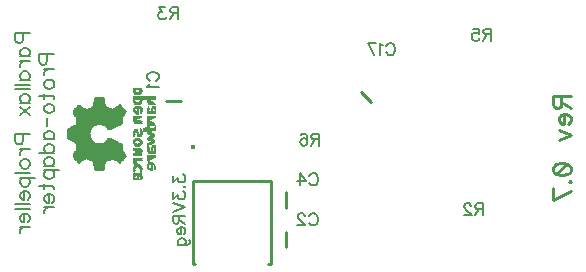
<source format=gbr>
G04 DipTrace 3.0.0.1*
G04 BottomSilk.gbr*
%MOIN*%
G04 #@! TF.FileFunction,Legend,Bot*
G04 #@! TF.Part,Single*
%ADD10C,0.01*%
%ADD12C,0.002992*%
%ADD27C,0.01541*%
%ADD78C,0.006176*%
%ADD79C,0.00772*%
%ADD80C,0.009264*%
%FSLAX26Y26*%
G04*
G70*
G90*
G75*
G01*
G04 BotSilk*
%LPD*%
X1046058Y767959D2*
D10*
X1305900D1*
X1046058Y492369D2*
Y767959D1*
Y492369D2*
X1053923D1*
X1305900D2*
Y767959D1*
Y492369D2*
X1298035D1*
D27*
X1046991Y882904D3*
X955531Y1036218D2*
D10*
X1006673D1*
X1357216Y598668D2*
Y547526D1*
Y731739D2*
Y680597D1*
X1605040Y1067055D2*
X1641202Y1030893D1*
X846785Y1079882D2*
D12*
X873714D1*
X846785Y1076890D2*
X874725D1*
X846785Y1073898D2*
X852769D1*
X867730D2*
X875510D1*
X846796Y1070906D2*
X849777D1*
X870722D2*
X875937D1*
X846910Y1067913D2*
X852769D1*
X867730D2*
X875210D1*
X847373Y1064921D2*
X874058D1*
X848396Y1061929D2*
X872511D1*
X849777Y1058937D2*
X870722D1*
X846785Y1052953D2*
X918596D1*
X718123Y1049961D2*
X748045D1*
X846785D2*
X918596D1*
X717100Y1046969D2*
X748159D1*
X846785D2*
X918596D1*
X716210Y1043976D2*
X748542D1*
X846785D2*
X918596D1*
X715643Y1040984D2*
X749259D1*
X846785D2*
X852769D1*
X867730D2*
X873012D1*
X891678D2*
X897651D1*
X715338Y1037992D2*
X750027D1*
X846796D2*
X849777D1*
X870722D2*
X874786D1*
X891795D2*
X901448D1*
X715101Y1035000D2*
X750548D1*
X846910D2*
X852769D1*
X867730D2*
X874642D1*
X892293D2*
X906793D1*
X714665Y1032008D2*
X750838D1*
X847373D2*
X873813D1*
X893497D2*
X912056D1*
X713916Y1029016D2*
X751081D1*
X848396D2*
X872421D1*
X895410D2*
X915781D1*
X664265Y1026024D2*
D3*
X713013D2*
X751644D1*
X798911D2*
X801903D1*
X849777D2*
X870722D1*
X897651D2*
X918596D1*
X661273Y1023031D2*
X670249D1*
X711873D2*
X752638D1*
X795456D2*
X804781D1*
X658293Y1020039D2*
X673706D1*
X710321D2*
X755516D1*
X791722D2*
X807390D1*
X852769D2*
X870722D1*
X897651D2*
D3*
X909619D2*
X918596D1*
X655406Y1017047D2*
X677465D1*
X706682D2*
X759757D1*
X787947D2*
X809665D1*
X850007D2*
X872565D1*
X895247D2*
X897651D1*
X908238D2*
X918596D1*
X652795Y1014055D2*
X681355D1*
X702151D2*
X765485D1*
X784386D2*
X811889D1*
X847961D2*
X874167D1*
X893497D2*
X900643D1*
X907379D2*
X918596D1*
X650531Y1011063D2*
X685210D1*
X697178D2*
X771982D1*
X780958D2*
X814360D1*
X847336D2*
X852769D1*
X858753D2*
X861745D1*
X867028D2*
X875364D1*
X892507D2*
X899251D1*
X906943D2*
X909619D1*
X915054D2*
X918596D1*
X648435Y1008071D2*
X817074D1*
X847024D2*
X849777D1*
X858753D2*
X861745D1*
X868802D2*
X875976D1*
X892126D2*
X898326D1*
X906743D2*
X909619D1*
X916996D2*
X918596D1*
X646568Y1005079D2*
X819934D1*
X847011D2*
X852769D1*
X858753D2*
X861745D1*
X868903D2*
X875949D1*
X892299D2*
X897651D1*
X906627D2*
X909619D1*
X918596D2*
D3*
X645092Y1002087D2*
X822848D1*
X847257D2*
X861745D1*
X869003D2*
X875364D1*
X892957D2*
X918596D1*
X645319Y999094D2*
X820992D1*
X848745D2*
X861745D1*
X869658D2*
X874538D1*
X893816D2*
X918596D1*
X646206Y996102D2*
X819274D1*
X852026D2*
X861745D1*
X870722D2*
X873714D1*
X894659D2*
X918596D1*
X647664Y993110D2*
X817578D1*
X855761D2*
X861745D1*
X649470Y990118D2*
X815752D1*
X651345Y987126D2*
X813807D1*
X846785D2*
X873714D1*
X891667D2*
X918596D1*
X653284Y984134D2*
X811980D1*
X846785D2*
X873714D1*
X892217D2*
X918596D1*
X655189Y981142D2*
X810412D1*
X846785D2*
X873714D1*
X893267D2*
X918596D1*
X656664Y978150D2*
X809322D1*
X846785D2*
X861184D1*
X894659D2*
X909344D1*
X657526Y975157D2*
X808719D1*
X846796D2*
X849777D1*
X893392D2*
X903184D1*
X657854Y972165D2*
X809277D1*
X846910D2*
X862587D1*
X892617D2*
X898820D1*
X657662Y969173D2*
X809811D1*
X847373D2*
X876706D1*
X893112D2*
X904678D1*
X657010Y966181D2*
X810048D1*
X848396D2*
X873714D1*
X893637D2*
X910247D1*
X656155Y963189D2*
X808766D1*
X849777D2*
X876706D1*
X893713D2*
X914967D1*
X655110Y960197D2*
X805273D1*
X893260D2*
X917141D1*
X653738Y957205D2*
X721704D1*
X744464D2*
X800721D1*
X892724D2*
X917919D1*
X649832Y954213D2*
X716973D1*
X749195D2*
X795324D1*
X892442D2*
X898201D1*
X915604D2*
X918319D1*
X644011Y951220D2*
X713084D1*
X753075D2*
X789252D1*
X893393D2*
X899251D1*
X918596D2*
X918491D1*
X637235Y948228D2*
X709999D1*
X756092D2*
X782642D1*
X894659D2*
X900643D1*
X915604D2*
X918558D1*
X631662Y945236D2*
X707630D1*
X758279D2*
X775811D1*
X870722D2*
D3*
X879698D2*
X918583D1*
X627627Y942244D2*
X705808D1*
X760013D2*
X768990D1*
X849777D2*
X858753D1*
X869455D2*
X873714D1*
X879698D2*
X918592D1*
X626426Y939252D2*
X704416D1*
X848396D2*
X860134D1*
X868680D2*
X874176D1*
X879698D2*
X918596D1*
X625803Y936260D2*
X703291D1*
X847536D2*
X860994D1*
X869187D2*
X874906D1*
X891667D2*
X894659D1*
X625533Y933268D2*
X702221D1*
X847101D2*
X861430D1*
X869825D2*
X875576D1*
X891854D2*
X902796D1*
X625427Y930276D2*
X701399D1*
X846909D2*
X850228D1*
X858753D2*
X861630D1*
X870325D2*
X875719D1*
X893163D2*
X909529D1*
X625388Y927283D2*
X700950D1*
X846831D2*
X850856D1*
X858753D2*
X861745D1*
X870722D2*
X875280D1*
X897066D2*
X914849D1*
X625374Y924291D2*
X701560D1*
X846801D2*
X851440D1*
X858753D2*
X874632D1*
X901769D2*
X917065D1*
X625370Y921299D2*
X702343D1*
X846790D2*
X850788D1*
X858753D2*
X874119D1*
X906627D2*
X917552D1*
X625415Y918307D2*
X703213D1*
X846785D2*
X849777D1*
X858753D2*
X873714D1*
X900794D2*
X916058D1*
X625555Y915315D2*
X704306D1*
X895743D2*
X911718D1*
X627004Y912323D2*
X705691D1*
X760013D2*
X768990D1*
X852769D2*
X867730D1*
X893463D2*
X906627D1*
X632139Y909331D2*
X707490D1*
X758391D2*
X775997D1*
X850007D2*
X870954D1*
X891667D2*
X911794D1*
X638718Y906339D2*
X709882D1*
X756144D2*
X782871D1*
X847961D2*
X873403D1*
X900643D2*
X915862D1*
X645011Y903346D2*
X712982D1*
X753125D2*
X789411D1*
X847336D2*
X852769D1*
X867087D2*
X875286D1*
X909619D2*
X917391D1*
X649713Y900354D2*
X716835D1*
X749310D2*
X795560D1*
X847024D2*
X849777D1*
X869132D2*
X875794D1*
X902766D2*
X917830D1*
X653189Y897362D2*
X721115D1*
X745052D2*
X801061D1*
X847000D2*
X852769D1*
X867198D2*
X875144D1*
X896720D2*
X913858D1*
X654742Y894370D2*
X805375D1*
X847442D2*
X855761D1*
X864738D2*
X874002D1*
X893779D2*
X908452D1*
X656067Y891378D2*
X808640D1*
X848626D2*
X872332D1*
X892798D2*
X901844D1*
X657102Y888386D2*
X809658D1*
X850532D2*
X870150D1*
X893082D2*
X894659D1*
X909619D2*
X918596D1*
X657719Y885394D2*
X809313D1*
X852769D2*
X867730D1*
X893282D2*
X897651D1*
X908238D2*
X918596D1*
X657920Y882402D2*
X808861D1*
X893005D2*
X900643D1*
X907379D2*
X918596D1*
X657575Y879409D2*
X808827D1*
X846785D2*
X870722D1*
X892495D2*
X899384D1*
X906944D2*
X909619D1*
X914894D2*
X918596D1*
X656522Y876417D2*
X809420D1*
X846785D2*
X873114D1*
X892194D2*
X898636D1*
X906751D2*
X909619D1*
X916644D2*
X918596D1*
X654943Y873425D2*
X810561D1*
X846785D2*
X875102D1*
X892358D2*
X899465D1*
X906671D2*
X909619D1*
X916350D2*
X918596D1*
X653176Y870433D2*
X812145D1*
X859314D2*
X875718D1*
X893081D2*
X900643D1*
X906627D2*
X909619D1*
X915604D2*
X918596D1*
X651270Y867441D2*
X813993D1*
X870722D2*
X875233D1*
X894272D2*
X918596D1*
X649277Y864449D2*
X815795D1*
X859314D2*
X874613D1*
X895844D2*
X918596D1*
X647439Y861457D2*
X817475D1*
X846785D2*
X874157D1*
X897651D2*
X918596D1*
X645968Y858465D2*
X819137D1*
X846785D2*
X873892D1*
X644875Y855472D2*
X820920D1*
X846785D2*
X873714D1*
X891667D2*
X918596D1*
X645559Y852480D2*
X822848D1*
X892217D2*
X918596D1*
X646877Y849488D2*
X819867D1*
X893267D2*
X918596D1*
X648526Y846496D2*
X816980D1*
X846785D2*
X876706D1*
X894659D2*
X909388D1*
X650482Y843504D2*
X684748D1*
X697041D2*
X772695D1*
X781072D2*
X814370D1*
X846785D2*
X873714D1*
X893403D2*
X902464D1*
X652846Y840512D2*
X681002D1*
X702408D2*
X765473D1*
X784448D2*
X812094D1*
X846785D2*
X876706D1*
X892664D2*
X900422D1*
X655521Y837520D2*
X677121D1*
X706690D2*
X759819D1*
X788157D2*
X809869D1*
X846785D2*
X862587D1*
X893718D2*
X898995D1*
X658372Y834528D2*
X673140D1*
X709999D2*
X755829D1*
X791924D2*
X807401D1*
X846796D2*
X849777D1*
X895502D2*
X897651D1*
X661305Y831535D2*
X668832D1*
X711567D2*
X752908D1*
X795484D2*
X804702D1*
X846910D2*
X853596D1*
X897651D2*
X906961D1*
X664265Y828543D2*
D3*
X712904D2*
X751937D1*
X798911D2*
X801903D1*
X847373D2*
X858653D1*
X895807D2*
X914098D1*
X713947Y825551D2*
X751406D1*
X848396D2*
X864071D1*
X894218D2*
X916873D1*
X714579Y822559D2*
X751068D1*
X849777D2*
X868474D1*
X893113D2*
X897651D1*
X906627D2*
X909619D1*
X914902D2*
X917807D1*
X714910Y819567D2*
X750593D1*
X848396D2*
X871613D1*
X892502D2*
X897651D1*
X906627D2*
X909619D1*
X916676D2*
X918278D1*
X715157Y816575D2*
X749841D1*
X847536D2*
X855761D1*
X864738D2*
X873782D1*
X893207D2*
X897651D1*
X906627D2*
X909619D1*
X916654D2*
X918477D1*
X715598Y813583D2*
X749061D1*
X847101D2*
X852769D1*
X867730D2*
X875429D1*
X894483D2*
X909619D1*
X916290D2*
X918554D1*
X716361Y810591D2*
X748533D1*
X846920D2*
X849777D1*
X870722D2*
X875611D1*
X896624D2*
X909619D1*
X915921D2*
X918582D1*
X717260Y807598D2*
X748238D1*
X846947D2*
X851036D1*
X869463D2*
X875120D1*
X899832D2*
X909619D1*
X915604D2*
X918596D1*
X718123Y804606D2*
X748045D1*
X847287D2*
X851784D1*
X868714D2*
X874137D1*
X903635D2*
X909619D1*
X847888Y801614D2*
X850955D1*
X869544D2*
X873067D1*
X848270Y798622D2*
X849777D1*
X870722D2*
X872162D1*
X848074Y795630D2*
X872552D1*
X847584Y792638D2*
X873425D1*
X847189Y789646D2*
X874531D1*
X846964Y786654D2*
X852769D1*
X858753D2*
X861745D1*
X867028D2*
X875507D1*
X846857Y783661D2*
X849777D1*
X858753D2*
X861745D1*
X868802D2*
X876020D1*
X846812Y780669D2*
X852769D1*
X858753D2*
X861745D1*
X868757D2*
X876142D1*
X846794Y777677D2*
X861745D1*
X868299D2*
X875073D1*
X846785Y774685D2*
X861745D1*
X867730D2*
X873714D1*
X846785Y1079882D2*
Y1076890D1*
Y1073898D1*
X846796Y1070906D1*
X846910Y1067913D1*
X847373Y1064921D1*
X848396Y1061929D1*
X849777Y1058937D1*
X873714Y1079882D2*
X874725Y1076890D1*
X875510Y1073898D1*
X875937Y1070906D1*
X875210Y1067913D1*
X874058Y1064921D1*
X872511Y1061929D1*
X870722Y1058937D1*
X855761Y1076890D2*
X852769Y1073898D1*
X849777Y1070906D1*
X852769Y1067913D1*
X864738Y1076890D2*
X867730Y1073898D1*
X870722Y1070906D1*
X867730Y1067913D1*
X846785Y1052953D2*
Y1049961D1*
Y1046969D1*
Y1043976D1*
Y1040984D1*
X846796Y1037992D1*
X846910Y1035000D1*
X847373Y1032008D1*
X848396Y1029016D1*
X849777Y1026024D1*
X918596Y1052953D2*
Y1049961D1*
Y1046969D1*
Y1043976D1*
Y1040984D1*
X897651D1*
X901448Y1037992D1*
X906793Y1035000D1*
X912056Y1032008D1*
X915781Y1029016D1*
X918596Y1026024D1*
X718123Y1049961D2*
X717100Y1046969D1*
X716210Y1043976D1*
X715643Y1040984D1*
X715338Y1037992D1*
X715101Y1035000D1*
X714665Y1032008D1*
X713916Y1029016D1*
X713013Y1026024D1*
X711873Y1023031D1*
X710321Y1020039D1*
X706682Y1017047D1*
X702151Y1014055D1*
X697178Y1011063D1*
X748045Y1049961D2*
X748159Y1046969D1*
X748542Y1043976D1*
X749259Y1040984D1*
X750027Y1037992D1*
X750548Y1035000D1*
X750838Y1032008D1*
X751081Y1029016D1*
X751644Y1026024D1*
X752638Y1023031D1*
X755516Y1020039D1*
X759757Y1017047D1*
X765485Y1014055D1*
X771982Y1011063D1*
X855761Y1043976D2*
X852769Y1040984D1*
X849777Y1037992D1*
X852769Y1035000D1*
X864738Y1043976D2*
X867730Y1040984D1*
X870722Y1037992D1*
X867730Y1035000D1*
X870722Y1043976D2*
X873012Y1040984D1*
X874786Y1037992D1*
X874642Y1035000D1*
X873813Y1032008D1*
X872421Y1029016D1*
X870722Y1026024D1*
X891667Y1043976D2*
X891678Y1040984D1*
X891795Y1037992D1*
X892293Y1035000D1*
X893497Y1032008D1*
X895410Y1029016D1*
X897651Y1026024D1*
X664265D2*
X661273Y1023031D1*
X658293Y1020039D1*
X655406Y1017047D1*
X652795Y1014055D1*
X650531Y1011063D1*
X648435Y1008071D1*
X646568Y1005079D1*
X645092Y1002087D1*
X645319Y999094D1*
X646206Y996102D1*
X647664Y993110D1*
X649470Y990118D1*
X651345Y987126D1*
X653284Y984134D1*
X655189Y981142D1*
X656664Y978150D1*
X657526Y975157D1*
X657854Y972165D1*
X657662Y969173D1*
X657010Y966181D1*
X656155Y963189D1*
X655110Y960197D1*
X653738Y957205D1*
X649832Y954213D1*
X644011Y951220D1*
X637235Y948228D1*
X631662Y945236D1*
X627627Y942244D1*
X626426Y939252D1*
X625803Y936260D1*
X625533Y933268D1*
X625427Y930276D1*
X625388Y927283D1*
X625374Y924291D1*
X625370Y921299D1*
X625415Y918307D1*
X625555Y915315D1*
X627004Y912323D1*
X632139Y909331D1*
X638718Y906339D1*
X645011Y903346D1*
X649713Y900354D1*
X653189Y897362D1*
X654742Y894370D1*
X656067Y891378D1*
X657102Y888386D1*
X657719Y885394D1*
X657920Y882402D1*
X657575Y879409D1*
X656522Y876417D1*
X654943Y873425D1*
X653176Y870433D1*
X651270Y867441D1*
X649277Y864449D1*
X647439Y861457D1*
X645968Y858465D1*
X644875Y855472D1*
X645559Y852480D1*
X646877Y849488D1*
X648526Y846496D1*
X650482Y843504D1*
X652846Y840512D1*
X655521Y837520D1*
X658372Y834528D1*
X661305Y831535D1*
X664265Y828543D1*
X798911Y1026024D2*
X795456Y1023031D1*
X791722Y1020039D1*
X787947Y1017047D1*
X784386Y1014055D1*
X780958Y1011063D1*
X801903Y1026024D2*
X804781Y1023031D1*
X807390Y1020039D1*
X809665Y1017047D1*
X811889Y1014055D1*
X814360Y1011063D1*
X817074Y1008071D1*
X819934Y1005079D1*
X822848Y1002087D1*
X820992Y999094D1*
X819274Y996102D1*
X817578Y993110D1*
X815752Y990118D1*
X813807Y987126D1*
X811980Y984134D1*
X810412Y981142D1*
X809322Y978150D1*
X808719Y975157D1*
X809277Y972165D1*
X809811Y969173D1*
X810048Y966181D1*
X808766Y963189D1*
X805273Y960197D1*
X800721Y957205D1*
X795324Y954213D1*
X789252Y951220D1*
X782642Y948228D1*
X775811Y945236D1*
X768990Y942244D1*
X670249Y1023031D2*
X673706Y1020039D1*
X677465Y1017047D1*
X681355Y1014055D1*
X685210Y1011063D1*
X852769Y1020039D2*
X850007Y1017047D1*
X847961Y1014055D1*
X847336Y1011063D1*
X847024Y1008071D1*
X847011Y1005079D1*
X847257Y1002087D1*
X848745Y999094D1*
X852026Y996102D1*
X855761Y993110D1*
X870722Y1020039D2*
X872565Y1017047D1*
X874167Y1014055D1*
X875364Y1011063D1*
X875976Y1008071D1*
X875949Y1005079D1*
X875364Y1002087D1*
X874538Y999094D1*
X873714Y996102D1*
X897651Y1020039D2*
X895247Y1017047D1*
X893497Y1014055D1*
X892507Y1011063D1*
X892126Y1008071D1*
X892299Y1005079D1*
X892957Y1002087D1*
X893816Y999094D1*
X894659Y996102D1*
X909619Y1020039D2*
X908238Y1017047D1*
X907379Y1014055D1*
X906943Y1011063D1*
X906743Y1008071D1*
X906627Y1005079D1*
X918596Y1020039D2*
Y1017047D1*
Y1014055D1*
Y1011063D1*
Y1008071D1*
Y1005079D1*
Y1002087D1*
Y999094D1*
Y996102D1*
X897651Y1017047D2*
X900643Y1014055D1*
X899251Y1011063D1*
X898326Y1008071D1*
X897651Y1005079D1*
X855761Y1014055D2*
X852769Y1011063D1*
X849777Y1008071D1*
X852769Y1005079D1*
X858753Y1014055D2*
Y1011063D1*
Y1008071D1*
Y1005079D1*
X861745Y1014055D2*
Y1011063D1*
Y1008071D1*
Y1005079D1*
Y1002087D1*
Y999094D1*
Y996102D1*
Y993110D1*
X864738Y1014055D2*
X867028Y1011063D1*
X868802Y1008071D1*
X868903Y1005079D1*
X869003Y1002087D1*
X869658Y999094D1*
X870722Y996102D1*
X909619Y1014055D2*
Y1011063D1*
Y1008071D1*
Y1005079D1*
X912612Y1014055D2*
X915054Y1011063D1*
X916996Y1008071D1*
X918596Y1005079D1*
X846785Y987126D2*
Y984134D1*
Y981142D1*
Y978150D1*
X846796Y975157D1*
X846910Y972165D1*
X847373Y969173D1*
X848396Y966181D1*
X849777Y963189D1*
X873714Y987126D2*
Y984134D1*
Y981142D1*
X861184Y978150D1*
X849777Y975157D1*
X862587Y972165D1*
X876706Y969173D1*
X873714Y966181D1*
X876706Y963189D1*
X891667Y987126D2*
X892217Y984134D1*
X893267Y981142D1*
X894659Y978150D1*
X893392Y975157D1*
X892617Y972165D1*
X893112Y969173D1*
X893637Y966181D1*
X893713Y963189D1*
X893260Y960197D1*
X892724Y957205D1*
X892442Y954213D1*
X893393Y951220D1*
X894659Y948228D1*
X879698Y945236D1*
Y942244D1*
Y939252D1*
Y936260D1*
X891667D1*
X891854Y933268D1*
X893163Y930276D1*
X897066Y927283D1*
X901769Y924291D1*
X906627Y921299D1*
X900794Y918307D1*
X895743Y915315D1*
X893463Y912323D1*
X891667Y909331D1*
X900643Y906339D1*
X909619Y903346D1*
X902766Y900354D1*
X896720Y897362D1*
X893779Y894370D1*
X892798Y891378D1*
X893082Y888386D1*
X893282Y885394D1*
X893005Y882402D1*
X892495Y879409D1*
X892194Y876417D1*
X892358Y873425D1*
X893081Y870433D1*
X894272Y867441D1*
X895844Y864449D1*
X897651Y861457D1*
X918596Y987126D2*
Y984134D1*
Y981142D1*
X909344Y978150D1*
X903184Y975157D1*
X898820Y972165D1*
X904678Y969173D1*
X910247Y966181D1*
X914967Y963189D1*
X917141Y960197D1*
X917919Y957205D1*
X918319Y954213D1*
X918491Y951220D1*
X918558Y948228D1*
X918583Y945236D1*
X918592Y942244D1*
X918596Y939252D1*
X894659Y936260D1*
X902796Y933268D1*
X909529Y930276D1*
X914849Y927283D1*
X917065Y924291D1*
X917552Y921299D1*
X916058Y918307D1*
X911718Y915315D1*
X906627Y912323D1*
X911794Y909331D1*
X915862Y906339D1*
X917391Y903346D1*
X917830Y900354D1*
X913858Y897362D1*
X908452Y894370D1*
X901844Y891378D1*
X894659Y888386D1*
X897651Y885394D1*
X900643Y882402D1*
X899384Y879409D1*
X898636Y876417D1*
X899465Y873425D1*
X900643Y870433D1*
X727100Y960197D2*
X721704Y957205D1*
X716973Y954213D1*
X713084Y951220D1*
X709999Y948228D1*
X707630Y945236D1*
X705808Y942244D1*
X704416Y939252D1*
X703291Y936260D1*
X702221Y933268D1*
X701399Y930276D1*
X700950Y927283D1*
X701560Y924291D1*
X702343Y921299D1*
X703213Y918307D1*
X704306Y915315D1*
X705691Y912323D1*
X707490Y909331D1*
X709882Y906339D1*
X712982Y903346D1*
X716835Y900354D1*
X721115Y897362D1*
X739068Y960197D2*
X744464Y957205D1*
X749195Y954213D1*
X753075Y951220D1*
X756092Y948228D1*
X758279Y945236D1*
X760013Y942244D1*
X897651Y957205D2*
X898201Y954213D1*
X899251Y951220D1*
X900643Y948228D1*
X912612Y957205D2*
X915604Y954213D1*
X918596Y951220D1*
X915604Y948228D1*
X870722Y945236D2*
X869455Y942244D1*
X868680Y939252D1*
X869187Y936260D1*
X869825Y933268D1*
X870325Y930276D1*
X870722Y927283D1*
X849777Y942244D2*
X848396Y939252D1*
X847536Y936260D1*
X847101Y933268D1*
X846909Y930276D1*
X846831Y927283D1*
X846801Y924291D1*
X846790Y921299D1*
X846785Y918307D1*
X858753Y942244D2*
X860134Y939252D1*
X860994Y936260D1*
X861430Y933268D1*
X861630Y930276D1*
X861745Y927283D1*
X873714Y942244D2*
X874176Y939252D1*
X874906Y936260D1*
X875576Y933268D1*
X875719Y930276D1*
X875280Y927283D1*
X874632Y924291D1*
X874119Y921299D1*
X873714Y918307D1*
X849777Y933268D2*
X850228Y930276D1*
X850856Y927283D1*
X851440Y924291D1*
X850788Y921299D1*
X849777Y918307D1*
X858753Y933268D2*
Y930276D1*
Y927283D1*
Y924291D1*
Y921299D1*
Y918307D1*
X760013Y912323D2*
X758391Y909331D1*
X756144Y906339D1*
X753125Y903346D1*
X749310Y900354D1*
X745052Y897362D1*
X768990Y912323D2*
X775997Y909331D1*
X782871Y906339D1*
X789411Y903346D1*
X795560Y900354D1*
X801061Y897362D1*
X805375Y894370D1*
X808640Y891378D1*
X809658Y888386D1*
X809313Y885394D1*
X808861Y882402D1*
X808827Y879409D1*
X809420Y876417D1*
X810561Y873425D1*
X812145Y870433D1*
X813993Y867441D1*
X815795Y864449D1*
X817475Y861457D1*
X819137Y858465D1*
X820920Y855472D1*
X822848Y852480D1*
X819867Y849488D1*
X816980Y846496D1*
X814370Y843504D1*
X812094Y840512D1*
X809869Y837520D1*
X807401Y834528D1*
X804702Y831535D1*
X801903Y828543D1*
X852769Y912323D2*
X850007Y909331D1*
X847961Y906339D1*
X847336Y903346D1*
X847024Y900354D1*
X847000Y897362D1*
X847442Y894370D1*
X848626Y891378D1*
X850532Y888386D1*
X852769Y885394D1*
X867730Y912323D2*
X870954Y909331D1*
X873403Y906339D1*
X875286Y903346D1*
X875794Y900354D1*
X875144Y897362D1*
X874002Y894370D1*
X872332Y891378D1*
X870150Y888386D1*
X867730Y885394D1*
X855761Y906339D2*
X852769Y903346D1*
X849777Y900354D1*
X852769Y897362D1*
X855761Y894370D1*
X864738Y906339D2*
X867087Y903346D1*
X869132Y900354D1*
X867198Y897362D1*
X864738Y894370D1*
X909619Y888386D2*
X908238Y885394D1*
X907379Y882402D1*
X906944Y879409D1*
X906751Y876417D1*
X906671Y873425D1*
X906627Y870433D1*
X918596Y888386D2*
Y885394D1*
Y882402D1*
Y879409D1*
Y876417D1*
Y873425D1*
Y870433D1*
Y867441D1*
Y864449D1*
Y861457D1*
X846785Y879409D2*
Y876417D1*
Y873425D1*
X859314Y870433D1*
X870722Y867441D1*
X859314Y864449D1*
X846785Y861457D1*
Y858465D1*
Y855472D1*
X870722Y879409D2*
X873114Y876417D1*
X875102Y873425D1*
X875718Y870433D1*
X875233Y867441D1*
X874613Y864449D1*
X874157Y861457D1*
X873892Y858465D1*
X873714Y855472D1*
X909619Y882402D2*
Y879409D1*
Y876417D1*
Y873425D1*
Y870433D1*
X912612Y882402D2*
X914894Y879409D1*
X916644Y876417D1*
X916350Y873425D1*
X915604Y870433D1*
X891667Y855472D2*
X892217Y852480D1*
X893267Y849488D1*
X894659Y846496D1*
X893403Y843504D1*
X892664Y840512D1*
X893718Y837520D1*
X895502Y834528D1*
X897651Y831535D1*
X895807Y828543D1*
X894218Y825551D1*
X893113Y822559D1*
X892502Y819567D1*
X893207Y816575D1*
X894483Y813583D1*
X896624Y810591D1*
X899832Y807598D1*
X903635Y804606D1*
X918596Y855472D2*
Y852480D1*
Y849488D1*
X909388Y846496D1*
X902464Y843504D1*
X900422Y840512D1*
X898995Y837520D1*
X897651Y834528D1*
X906961Y831535D1*
X914098Y828543D1*
X916873Y825551D1*
X917807Y822559D1*
X918278Y819567D1*
X918477Y816575D1*
X918554Y813583D1*
X918582Y810591D1*
X918596Y807598D1*
X846785Y846496D2*
Y843504D1*
Y840512D1*
Y837520D1*
X846796Y834528D1*
X846910Y831535D1*
X847373Y828543D1*
X848396Y825551D1*
X849777Y822559D1*
X848396Y819567D1*
X847536Y816575D1*
X847101Y813583D1*
X846920Y810591D1*
X846947Y807598D1*
X847287Y804606D1*
X847888Y801614D1*
X848270Y798622D1*
X848074Y795630D1*
X847584Y792638D1*
X847189Y789646D1*
X846964Y786654D1*
X846857Y783661D1*
X846812Y780669D1*
X846794Y777677D1*
X846785Y774685D1*
X876706Y846496D2*
X873714Y843504D1*
X876706Y840512D1*
X862587Y837520D1*
X849777Y834528D1*
X853596Y831535D1*
X858653Y828543D1*
X864071Y825551D1*
X868474Y822559D1*
X871613Y819567D1*
X873782Y816575D1*
X875429Y813583D1*
X875611Y810591D1*
X875120Y807598D1*
X874137Y804606D1*
X873067Y801614D1*
X872162Y798622D1*
X872552Y795630D1*
X873425Y792638D1*
X874531Y789646D1*
X875507Y786654D1*
X876020Y783661D1*
X876142Y780669D1*
X875073Y777677D1*
X873714Y774685D1*
X688202Y846496D2*
X684748Y843504D1*
X681002Y840512D1*
X677121Y837520D1*
X673140Y834528D1*
X668832Y831535D1*
X664265Y828543D1*
X691194Y846496D2*
X697041Y843504D1*
X702408Y840512D1*
X706690Y837520D1*
X709999Y834528D1*
X711567Y831535D1*
X712904Y828543D1*
X713947Y825551D1*
X714579Y822559D1*
X714910Y819567D1*
X715157Y816575D1*
X715598Y813583D1*
X716361Y810591D1*
X717260Y807598D1*
X718123Y804606D1*
X780958Y846496D2*
X772695Y843504D1*
X765473Y840512D1*
X759819Y837520D1*
X755829Y834528D1*
X752908Y831535D1*
X751937Y828543D1*
X751406Y825551D1*
X751068Y822559D1*
X750593Y819567D1*
X749841Y816575D1*
X749061Y813583D1*
X748533Y810591D1*
X748238Y807598D1*
X748045Y804606D1*
X777966Y846496D2*
X781072Y843504D1*
X784448Y840512D1*
X788157Y837520D1*
X791924Y834528D1*
X795484Y831535D1*
X798911Y828543D1*
X897651Y825551D2*
Y822559D1*
Y819567D1*
Y816575D1*
X906627Y825551D2*
Y822559D1*
Y819567D1*
Y816575D1*
X909619Y825551D2*
Y822559D1*
Y819567D1*
Y816575D1*
Y813583D1*
Y810591D1*
Y807598D1*
Y804606D1*
X912612Y825551D2*
X914902Y822559D1*
X916676Y819567D1*
X916654Y816575D1*
X916290Y813583D1*
X915921Y810591D1*
X915604Y807598D1*
X858753Y819567D2*
X855761Y816575D1*
X852769Y813583D1*
X849777Y810591D1*
X851036Y807598D1*
X851784Y804606D1*
X850955Y801614D1*
X849777Y798622D1*
X861745Y819567D2*
X864738Y816575D1*
X867730Y813583D1*
X870722Y810591D1*
X869463Y807598D1*
X868714Y804606D1*
X869544Y801614D1*
X870722Y798622D1*
X855761Y789646D2*
X852769Y786654D1*
X849777Y783661D1*
X852769Y780669D1*
X858753Y789646D2*
Y786654D1*
Y783661D1*
Y780669D1*
X861745Y789646D2*
Y786654D1*
Y783661D1*
Y780669D1*
Y777677D1*
Y774685D1*
X864738Y789646D2*
X867028Y786654D1*
X868802Y783661D1*
X868757Y780669D1*
X868299Y777677D1*
X867730Y774685D1*
X980752Y787060D2*
D78*
Y766058D1*
X996050Y777510D1*
Y771762D1*
X997952Y767959D1*
X999853Y766058D1*
X1005601Y764112D1*
X1009404D1*
X1015152Y766058D1*
X1018998Y769860D1*
X1020900Y775608D1*
Y781356D1*
X1018998Y787060D1*
X1017053Y788961D1*
X1013250Y790907D1*
X1017053Y749860D2*
X1018998Y751761D1*
X1020900Y749860D1*
X1018998Y747914D1*
X1017053Y749860D1*
X980752Y731716D2*
Y710714D1*
X996050Y722165D1*
Y716417D1*
X997952Y712615D1*
X999853Y710714D1*
X1005601Y708768D1*
X1009404D1*
X1015152Y710714D1*
X1018998Y714516D1*
X1020900Y720264D1*
Y726012D1*
X1018998Y731716D1*
X1017053Y733617D1*
X1013250Y735563D1*
X980708Y696417D2*
X1020900Y681118D1*
X980708Y665819D1*
X999853Y653468D2*
Y636268D1*
X997908Y630520D1*
X996006Y628575D1*
X992204Y626673D1*
X988357D1*
X984554Y628575D1*
X982609Y630520D1*
X980708Y636268D1*
Y653468D1*
X1020900D1*
X999853Y640071D2*
X1020900Y626673D1*
X1005601Y614322D2*
Y591374D1*
X1001754D1*
X997908Y593275D1*
X996006Y595177D1*
X994105Y599023D1*
Y604771D1*
X996006Y608574D1*
X999853Y612421D1*
X1005601Y614322D1*
X1009404D1*
X1015152Y612421D1*
X1018954Y608574D1*
X1020900Y604771D1*
Y599023D1*
X1018954Y595177D1*
X1015152Y591374D1*
X996006Y556075D2*
X1026648D1*
X1032352Y557976D1*
X1034297Y559877D1*
X1036198Y563724D1*
Y569472D1*
X1034297Y573275D1*
X1001754Y556075D2*
X997952Y559877D1*
X996006Y563724D1*
Y569472D1*
X997952Y573275D1*
X1001754Y577121D1*
X1007502Y579023D1*
X1011349D1*
X1017053Y577121D1*
X1020900Y573275D1*
X1022801Y569472D1*
Y563724D1*
X1020900Y559877D1*
X1017053Y556075D1*
X902547Y1103717D2*
X898744Y1105618D1*
X894898Y1109465D1*
X892996Y1113268D1*
Y1120917D1*
X894898Y1124764D1*
X898744Y1128566D1*
X902547Y1130512D1*
X908295Y1132413D1*
X917890D1*
X923594Y1130512D1*
X927440Y1128566D1*
X931243Y1124764D1*
X933188Y1120917D1*
Y1113268D1*
X931243Y1109465D1*
X927440Y1105618D1*
X923594Y1103717D1*
X900690Y1091366D2*
X898744Y1087519D1*
X893041Y1081771D1*
X933188D1*
X1433314Y651653D2*
X1435216Y655455D1*
X1439062Y659302D1*
X1442865Y661203D1*
X1450514D1*
X1454361Y659302D1*
X1458163Y655455D1*
X1460109Y651653D1*
X1462010Y645905D1*
Y636310D1*
X1460109Y630606D1*
X1458163Y626759D1*
X1454361Y622957D1*
X1450514Y621011D1*
X1442865D1*
X1439062Y622957D1*
X1435216Y626759D1*
X1433314Y630606D1*
X1419017Y651608D2*
Y653510D1*
X1417116Y657356D1*
X1415215Y659258D1*
X1411368Y661159D1*
X1403719D1*
X1399916Y659258D1*
X1398015Y657356D1*
X1396070Y653510D1*
Y649707D1*
X1398015Y645860D1*
X1401818Y640156D1*
X1420963Y621011D1*
X1394168D1*
X1434265Y784723D2*
X1436166Y788526D1*
X1440013Y792373D1*
X1443816Y794274D1*
X1451465D1*
X1455312Y792373D1*
X1459114Y788526D1*
X1461060Y784723D1*
X1462961Y778975D1*
Y769381D1*
X1461060Y763677D1*
X1459114Y759830D1*
X1455312Y756027D1*
X1451465Y754082D1*
X1443816D1*
X1440013Y756027D1*
X1436166Y759830D1*
X1434265Y763677D1*
X1402768Y754082D2*
Y794230D1*
X1421914Y767479D1*
X1393218D1*
X1690833Y1219112D2*
X1692735Y1222914D1*
X1696581Y1226761D1*
X1700384Y1228662D1*
X1708033D1*
X1711880Y1226761D1*
X1715683Y1222914D1*
X1717628Y1219112D1*
X1719529Y1213364D1*
Y1203769D1*
X1717628Y1198065D1*
X1715683Y1194218D1*
X1711880Y1190416D1*
X1708033Y1188470D1*
X1700384D1*
X1696581Y1190416D1*
X1692735Y1194218D1*
X1690833Y1198065D1*
X1678482Y1220969D2*
X1674635Y1222914D1*
X1668887Y1228618D1*
Y1188470D1*
X1648886D2*
X1629741Y1228618D1*
X1656536D1*
X2014204Y675260D2*
X1997004D1*
X1991256Y677205D1*
X1989311Y679107D1*
X1987409Y682909D1*
Y686756D1*
X1989311Y690558D1*
X1991256Y692504D1*
X1997004Y694405D1*
X2014204D1*
Y654213D1*
X2000807Y675260D2*
X1987409Y654213D1*
X1973112Y684810D2*
Y686712D1*
X1971211Y690558D1*
X1969310Y692460D1*
X1965463Y694361D1*
X1957814D1*
X1954011Y692460D1*
X1952110Y690558D1*
X1950164Y686712D1*
Y682909D1*
X1952110Y679062D1*
X1955913Y673359D1*
X1975058Y654213D1*
X1948263D1*
X996356Y1329197D2*
X979156D1*
X973408Y1331142D1*
X971463Y1333044D1*
X969562Y1336846D1*
Y1340693D1*
X971463Y1344495D1*
X973408Y1346441D1*
X979156Y1348342D1*
X996356D1*
Y1308150D1*
X982959Y1329197D2*
X969562Y1308150D1*
X953363Y1348298D2*
X932361D1*
X943813Y1332999D1*
X938065D1*
X934262Y1331098D1*
X932361Y1329197D1*
X930415Y1323449D1*
Y1319646D1*
X932361Y1313898D1*
X936163Y1310052D1*
X941912Y1308150D1*
X947660D1*
X953363Y1310052D1*
X955265Y1311997D1*
X957210Y1315800D1*
X2041107Y1258068D2*
X2023907D1*
X2018159Y1260014D1*
X2016213Y1261915D1*
X2014312Y1265718D1*
Y1269564D1*
X2016213Y1273367D1*
X2018159Y1275312D1*
X2023907Y1277214D1*
X2041107D1*
Y1237022D1*
X2027710Y1258068D2*
X2014312Y1237022D1*
X1979013Y1277169D2*
X1998114D1*
X2000015Y1259970D1*
X1998114Y1261871D1*
X1992366Y1263816D1*
X1986662D1*
X1980914Y1261871D1*
X1977067Y1258068D1*
X1975166Y1252320D1*
Y1248518D1*
X1977067Y1242770D1*
X1980914Y1238923D1*
X1986662Y1237022D1*
X1992366D1*
X1998114Y1238923D1*
X2000015Y1240868D1*
X2001961Y1244671D1*
X1467168Y907806D2*
X1449968D1*
X1444220Y909751D1*
X1442275Y911653D1*
X1440374Y915455D1*
Y919302D1*
X1442275Y923104D1*
X1444220Y925050D1*
X1449968Y926951D1*
X1467168D1*
Y886759D1*
X1453771Y907806D2*
X1440374Y886759D1*
X1405074Y921203D2*
X1406976Y925006D1*
X1412724Y926907D1*
X1416526D1*
X1422274Y925006D1*
X1426121Y919258D1*
X1428022Y909707D1*
Y900156D1*
X1426121Y892507D1*
X1422274Y888660D1*
X1416526Y886759D1*
X1414625D1*
X1408921Y888660D1*
X1405074Y892507D1*
X1403173Y898255D1*
Y900156D1*
X1405074Y905905D1*
X1408921Y909707D1*
X1414625Y911608D1*
X1416526D1*
X1422274Y909707D1*
X1426121Y905905D1*
X1428022Y900156D1*
X479814Y1262103D2*
D79*
Y1240548D1*
X477438Y1233418D1*
X475006Y1230986D1*
X470253Y1228610D1*
X463068D1*
X458314Y1230986D1*
X455883Y1233418D1*
X453506Y1240548D1*
Y1262103D1*
X503746D1*
X470253Y1184485D2*
X503746D1*
X477438D2*
X472629Y1189239D1*
X470253Y1194047D1*
Y1201177D1*
X472629Y1205985D1*
X477438Y1210738D1*
X484623Y1213170D1*
X489376D1*
X496561Y1210738D1*
X501314Y1205985D1*
X503746Y1201177D1*
Y1194047D1*
X501314Y1189239D1*
X496561Y1184485D1*
X470253Y1169046D2*
X503746D1*
X484623D2*
X477438Y1166614D1*
X472629Y1161861D1*
X470253Y1157053D1*
Y1149868D1*
Y1105743D2*
X503746D1*
X477438D2*
X472629Y1110497D1*
X470253Y1115305D1*
Y1122435D1*
X472629Y1127243D1*
X477438Y1131997D1*
X484623Y1134428D1*
X489376D1*
X496561Y1131997D1*
X501314Y1127243D1*
X503746Y1122435D1*
Y1115305D1*
X501314Y1110497D1*
X496561Y1105743D1*
X453506Y1090304D2*
X503746D1*
X453506Y1074865D2*
X503746D1*
X470253Y1030741D2*
X503746D1*
X477438D2*
X472629Y1035494D1*
X470253Y1040302D1*
Y1047432D1*
X472629Y1052241D1*
X477438Y1056994D1*
X484623Y1059426D1*
X489376D1*
X496561Y1056994D1*
X501314Y1052241D1*
X503746Y1047432D1*
Y1040302D1*
X501314Y1035494D1*
X496561Y1030741D1*
X470253Y1015302D2*
X503746Y988993D1*
X470253D2*
X503746Y1015302D1*
X479814Y924953D2*
Y903398D1*
X477438Y896268D1*
X475006Y893836D1*
X470253Y891460D1*
X463068D1*
X458314Y893836D1*
X455883Y896268D1*
X453506Y903398D1*
Y924953D1*
X503746D1*
X470253Y876021D2*
X503746D1*
X484623D2*
X477438Y873589D1*
X472629Y868835D1*
X470253Y864027D1*
Y856842D1*
Y829465D2*
X472629Y834218D1*
X477438Y839026D1*
X484623Y841403D1*
X489376D1*
X496561Y839026D1*
X501314Y834218D1*
X503746Y829465D1*
Y822279D1*
X501314Y817471D1*
X496561Y812718D1*
X489376Y810286D1*
X484623D1*
X477438Y812718D1*
X472629Y817471D1*
X470253Y822279D1*
Y829465D1*
X453506Y794847D2*
X503746D1*
X470253Y779408D2*
X520493Y779407D1*
X477438Y779408D2*
X472684Y774599D1*
X470253Y769846D1*
Y762661D1*
X472685Y757852D1*
X477438Y753099D1*
X484623Y750667D1*
X489431D1*
X496561Y753099D1*
X501369Y757852D1*
X503746Y762661D1*
Y769846D1*
X501369Y774599D1*
X496561Y779408D1*
X484623Y735228D2*
Y706543D1*
X479814D1*
X475006Y708920D1*
X472629Y711296D1*
X470253Y716105D1*
Y723290D1*
X472629Y728043D1*
X477438Y732852D1*
X484623Y735228D1*
X489376D1*
X496561Y732852D1*
X501314Y728043D1*
X503746Y723290D1*
Y716105D1*
X501314Y711296D1*
X496561Y706543D1*
X453506Y691104D2*
X503746D1*
X453506Y675665D2*
X503746D1*
X484623Y660226D2*
Y631541D1*
X479814D1*
X475006Y633917D1*
X472629Y636294D1*
X470253Y641102D1*
Y648287D1*
X472629Y653040D1*
X477438Y657849D1*
X484623Y660226D1*
X489376Y660225D1*
X496561Y657849D1*
X501314Y653040D1*
X503746Y648287D1*
Y641102D1*
X501314Y636294D1*
X496561Y631541D1*
X470253Y616101D2*
X503746D1*
X484623D2*
X477438Y613670D1*
X472629Y608916D1*
X470253Y604108D1*
Y596923D1*
X560358Y1190790D2*
Y1169234D1*
X557981Y1162105D1*
X555549Y1159673D1*
X550796Y1157296D1*
X543611D1*
X538858Y1159673D1*
X536426Y1162105D1*
X534049Y1169234D1*
Y1190790D1*
X584289D1*
X550796Y1141857D2*
X584289D1*
X565166D2*
X557981Y1139425D1*
X553173Y1134672D1*
X550796Y1129863D1*
Y1122678D1*
Y1095301D2*
X553173Y1100054D1*
X557981Y1104863D1*
X565166Y1107239D1*
X569919D1*
X577104Y1104863D1*
X581857Y1100054D1*
X584289Y1095301D1*
Y1088116D1*
X581857Y1083307D1*
X577104Y1078554D1*
X569919Y1076122D1*
X565166D1*
X557981Y1078554D1*
X553173Y1083307D1*
X550796Y1088116D1*
Y1095301D1*
X534049Y1053498D2*
X574728D1*
X581857Y1051122D1*
X584289Y1046313D1*
Y1041560D1*
X550796Y1060683D2*
Y1043937D1*
Y1014182D2*
X553173Y1018936D1*
X557981Y1023744D1*
X565166Y1026121D1*
X569919D1*
X577104Y1023744D1*
X581857Y1018936D1*
X584289Y1014182D1*
Y1006997D1*
X581857Y1002189D1*
X577104Y997436D1*
X569919Y995004D1*
X565166D1*
X557981Y997436D1*
X553173Y1002189D1*
X550796Y1006997D1*
Y1014182D1*
X559197Y979565D2*
Y951930D1*
X550796Y907806D2*
X584289D1*
X557981D2*
X553173Y912559D1*
X550796Y917367D1*
Y924497D1*
X553173Y929306D1*
X557981Y934059D1*
X565166Y936491D1*
X569919D1*
X577104Y934059D1*
X581857Y929306D1*
X584289Y924497D1*
Y917367D1*
X581857Y912559D1*
X577104Y907806D1*
X534049Y863682D2*
X584289D1*
X557981D2*
X553173Y868435D1*
X550796Y873243D1*
Y880428D1*
X553173Y885182D1*
X557981Y889990D1*
X565166Y892367D1*
X569919D1*
X577104Y889990D1*
X581857Y885182D1*
X584289Y880428D1*
Y873243D1*
X581857Y868435D1*
X577104Y863682D1*
X550796Y819558D2*
X584289D1*
X557981D2*
X553173Y824311D1*
X550796Y829119D1*
Y836249D1*
X553173Y841057D1*
X557981Y845811D1*
X565166Y848242D1*
X569919D1*
X577104Y845811D1*
X581857Y841057D1*
X584289Y836249D1*
Y829119D1*
X581857Y824311D1*
X577104Y819558D1*
X550796Y804118D2*
X601036D1*
X557981D2*
X553228Y799310D1*
X550796Y794557D1*
Y787372D1*
X553228Y782563D1*
X557981Y777810D1*
X565166Y775378D1*
X569974D1*
X577104Y777810D1*
X581913Y782563D1*
X584289Y787372D1*
Y794557D1*
X581913Y799310D1*
X577104Y804118D1*
X534049Y752754D2*
X574728D1*
X581857Y750377D1*
X584289Y745569D1*
Y740816D1*
X550796Y759939D2*
Y743192D1*
X565166Y725376D2*
Y696692D1*
X560358D1*
X555549Y699068D1*
X553173Y701445D1*
X550796Y706253D1*
Y713438D1*
X553173Y718191D1*
X557981Y723000D1*
X565166Y725376D1*
X569919D1*
X577104Y723000D1*
X581857Y718191D1*
X584289Y713438D1*
Y706253D1*
X581857Y701445D1*
X577104Y696692D1*
X550796Y681252D2*
X584289D1*
X565166D2*
X557981Y678821D1*
X553173Y674067D1*
X550796Y669259D1*
Y662074D1*
X2274656Y1051773D2*
D80*
Y1025973D1*
X2271738Y1017351D1*
X2268886Y1014433D1*
X2263182Y1011581D1*
X2257412D1*
X2251709Y1014433D1*
X2248790Y1017351D1*
X2245938Y1025973D1*
Y1051773D1*
X2306226D1*
X2274656Y1031677D2*
X2306226Y1011581D1*
X2283278Y993054D2*
Y958632D1*
X2277508D1*
X2271738Y961484D1*
X2268886Y964336D1*
X2266034Y970106D1*
Y978728D1*
X2268886Y984432D1*
X2274656Y990202D1*
X2283278Y993054D1*
X2288982D1*
X2297604Y990202D1*
X2303308Y984432D1*
X2306226Y978728D1*
Y970106D1*
X2303308Y964336D1*
X2297604Y958632D1*
X2266034Y940105D2*
X2306226Y922861D1*
X2266034Y905683D1*
X2246005Y811591D2*
X2248857Y820213D1*
X2257479Y825983D1*
X2271805Y828835D1*
X2280427D1*
X2294752Y825983D1*
X2303374Y820213D1*
X2306226Y811591D1*
Y805887D1*
X2303374Y797265D1*
X2294752Y791561D1*
X2280427Y788643D1*
X2271805D1*
X2257479Y791561D1*
X2248857Y797265D1*
X2246005Y805887D1*
Y811591D1*
X2257479Y791561D2*
X2294752Y825983D1*
X2300456Y767264D2*
X2303375Y770116D1*
X2306226Y767264D1*
X2303375Y764346D1*
X2300456Y767264D1*
X2306226Y734345D2*
X2246005Y705627D1*
Y745819D1*
M02*

</source>
